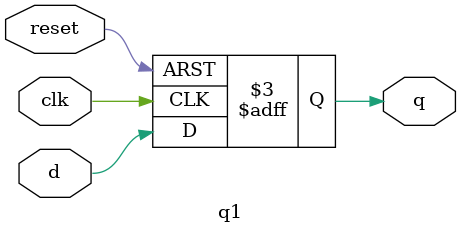
<source format=v>
module q1(d,clk,reset,q);
input d,clk,reset;
output reg q;
always@(posedge clk or posedge reset)
begin
if(!reset)
	q<=d;
else
	q<=0;
end
endmodule

</source>
